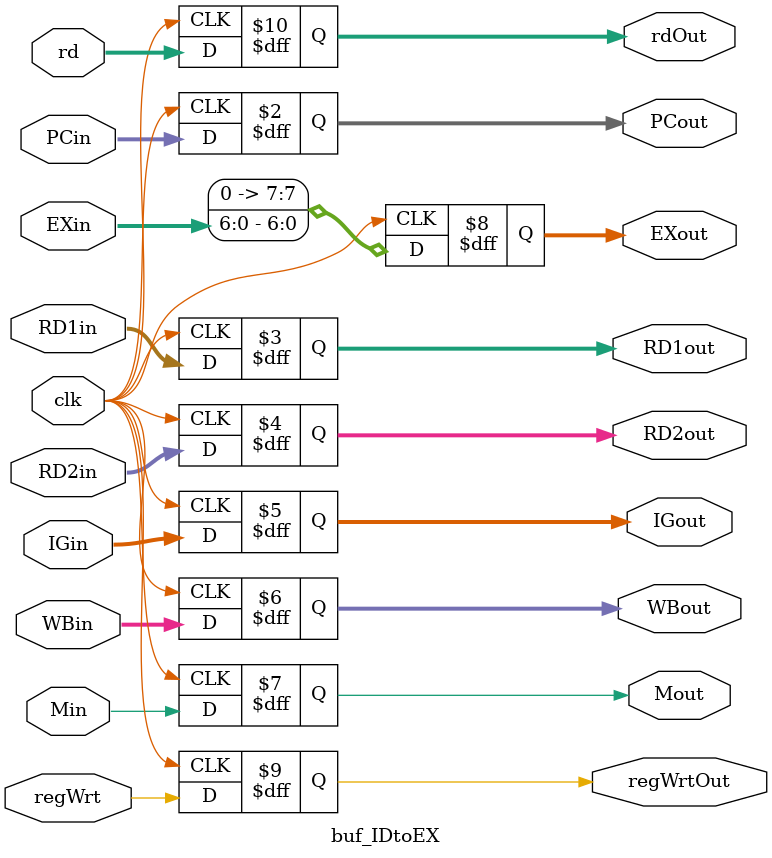
<source format=v>
`timescale 1ns / 1ps


module buf_IDtoEX(PCin, RD1in, RD2in, IGin, EXin, WBin, Min, regWrt, rd, clk, 
                PCout, RD1out, RD2out, IGout, EXout, WBout, Mout, regWrtOut, rdOut);
input [31:0] PCin;
input [31:0] RD1in;
input [31:0] RD2in;
input [31:0] IGin;
input clk;
//control
//MemWrite, MemRead, ALUOp (3bit), ALUSrc, SVPCFlag
input [6:0] EXin;
//Jump, JumpFlag, BRZ, BRN
input [3:0] WBin;
//MemtoReg
input Min;
input regWrt;
input [5:0] rd;
output reg [31:0] PCout;
output reg [31:0] RD1out;
output reg [31:0] RD2out;
output reg [31:0] IGout;
output reg [3:0] WBout;
output reg Mout;
output reg [7:0] EXout;
output reg regWrtOut;
output reg [5:0] rdOut;

always@(posedge clk)
begin
    PCout=PCin;
    RD1out=RD1in;
    RD2out=RD2in;
    IGout=IGin;
    WBout=WBin;
    Mout=Min;
    EXout=EXin;
    regWrtOut=regWrt;
    rdOut=rd;
end
endmodule

</source>
